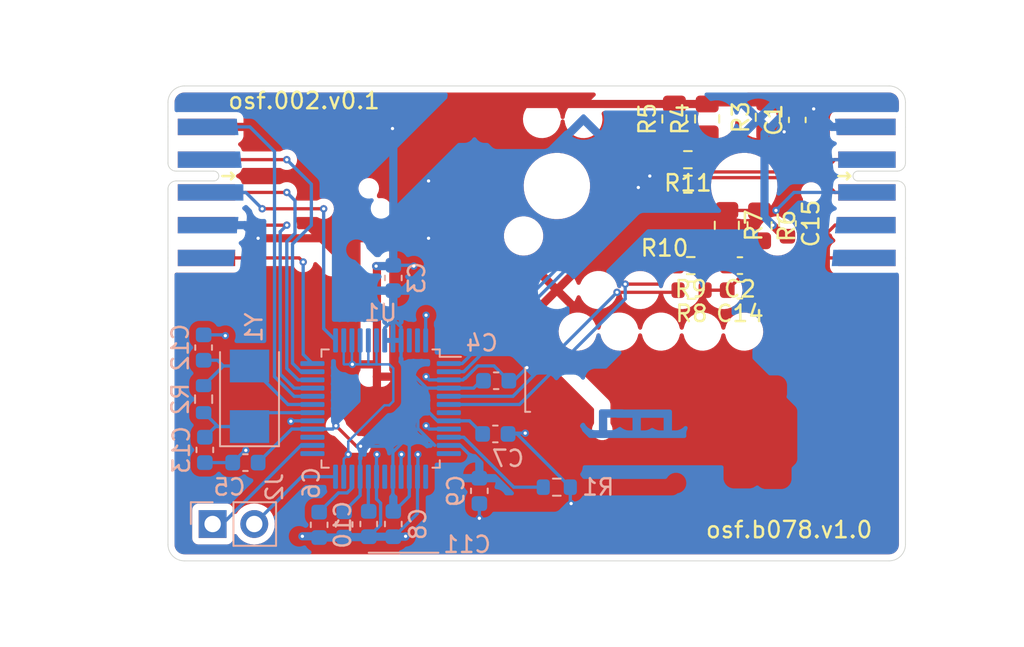
<source format=kicad_pcb>
(kicad_pcb (version 20211014) (generator pcbnew)
  (layers (0 "F.Cu" signal) (31 "B.Cu" signal) (34 "B.Paste" user) (35 "F.Paste" user) (36 "B.SilkS" user "B.Silkscreen") (37 "F.SilkS" user "F.Silkscreen") (38 "B.Mask" user) (39 "F.Mask" user) (44 "Edge.Cuts" user))
  (net 0 "")
  (net 1 "GND")
  (net 2 "+3V3")
  (net 3 "/controller/SCLK")
  (net 4 "/controller/INT")
  (net 5 "/controller/SS")
  (net 7 "/controller/~reset")
  (net 8 "/controller/MISO")
  (net 9 "/controller/MOSI")
  (net 10 "/controller/1V2O")
  (net 11 "/controller/XCAP")
  (net 12 "/controller/XO")
  (net 13 "/controller/XI")
  (net 14 "/controller/XRES")
  (net 15 "/controller/TXN")
  (net 16 "/controller/TXP")
  (net 17 "/controller/RXN")
  (net 18 "/controller/RXP")
  (net 23 "/controller/SPDLED")
  (net 24 "/controller/CT1")
  (net 25 "/controller/DUPLED")
  (net 26 "Net-(C2-Pad2)")
  (net 29 "Net-(C14-Pad2)")
  (net 30 "/controller/CT2")
  (net 31 "Net-(U1-Pad5)")
  (net 32 "Net-(U1-Pad6)")
  (net 33 "Net-(U1-Pad1)")
  (net 34 "Net-(U1-Pad2)")
  (net 35 "/ACTLED")
  (net 36 "/LINKLED")
  (footprint "Capacitor_SMD:C_0603_1608Metric" (layer "F.Cu") (at 111.9 86.47 180)
    (fp_text reference "C14")
    (fp_text value "6.8nF")
  )
  (footprint "Resistor_SMD:R_0805_2012Metric" (layer "F.Cu") (at 113.6 75.9125 90)
    (fp_text reference "R3")
    (fp_text value "10R")
  )
  (footprint "Resistor_SMD:R_0805_2012Metric" (layer "F.Cu") (at 113.1 82.5425 -90)
    (fp_text reference "R6")
    (fp_text value "49.9R")
  )
  (footprint "Resistor_SMD:R_0805_2012Metric" (layer "F.Cu") (at 109.9 76.0125 90)
    (fp_text reference "R4")
    (fp_text value "49.9R")
  )
  (footprint "Capacitor_SMD:C_0603_1608Metric" (layer "F.Cu") (at 111.9 84.97 180)
    (fp_text reference "C2")
    (fp_text value "6.8nF")
  )
  (footprint "Resistor_SMD:R_0603_1608Metric" (layer "F.Cu") (at 108.725 78.5 180)
    (fp_text reference "R11")
    (fp_text value "3.3R")
  )
  (footprint "Resistor_SMD:R_0603_1608Metric" (layer "F.Cu") (at 108.725 80 180)
    (fp_text reference "R10")
    (fp_text value "3.3R")
  )
  (footprint "Resistor_SMD:R_0805_2012Metric" (layer "F.Cu") (at 111.1 82.5125 -90)
    (fp_text reference "R7")
    (fp_text value "49.9R")
  )
  (footprint "on_edge:on_edge_2x05_device" (layer "F.Cu") (at 77 80.5 -90)
    (fp_text reference "J1")
    (fp_text value "002_SPI")
    (fp_line (start -0.2 0) (end 4 0) (layer "Edge.Cuts") (width 0.05))
    (fp_line (start -4 0) (end -1.8 0) (layer "Edge.Cuts") (width 0.05))
    (fp_line (start -1.3 -2.8) (end -1.3 -0.5) (layer "Edge.Cuts") (width 0.05))
    (fp_line (start -0.7 -0.5) (end -0.7 -2.8) (layer "Edge.Cuts") (width 0.05))
    (fp_arc (start -1.3 -0.5) (mid -1.446447 -0.146447) (end -1.8 0) (layer "Edge.Cuts") (width 0.05))
    (fp_arc (start -1.3 -2.8) (mid -1 -3.1) (end -0.7 -2.8) (layer "Edge.Cuts") (width 0.05))
    (fp_arc (start -0.2 0) (mid -0.553553 -0.146447) (end -0.7 -0.5) (layer "Edge.Cuts") (width 0.05))
  )
  (footprint "Capacitor_SMD:C_0603_1608Metric" (layer "F.Cu") (at 115.4 76.075 90)
    (fp_text reference "C1")
    (fp_text value "22nF")
  )
  (footprint "Resistor_SMD:R_0603_1608Metric" (layer "F.Cu") (at 108.9 84.97 180)
    (fp_text reference "R9")
    (fp_text value "3.3R")
  )
  (footprint "on_edge:on_edge_2x05_host" (layer "F.Cu") (at 122 80.5 -90)
    (fp_text reference "J3")
    (fp_text value "019_100BASE-T_with_CT")
    (fp_line (start -4 0) (end -1.8 0) (layer "Edge.Cuts") (width 0.05))
    (fp_line (start -1.3 0.5) (end -1.3 2.9) (layer "Edge.Cuts") (width 0.05))
    (fp_line (start -0.7 2.9) (end -0.7 0.5) (layer "Edge.Cuts") (width 0.05))
    (fp_line (start -0.2 0) (end 4 0) (layer "Edge.Cuts") (width 0.05))
    (fp_arc (start -1.8 0) (mid -1.446447 0.146447) (end -1.3 0.5) (layer "Edge.Cuts") (width 0.05))
    (fp_arc (start -0.7 0.5) (mid -0.553553 0.146447) (end -0.2 0) (layer "Edge.Cuts") (width 0.05))
    (fp_arc (start -0.7 2.9) (mid -1 3.2) (end -1.3 2.9) (layer "Edge.Cuts") (width 0.05))
  )
  (footprint "Resistor_SMD:R_0603_1608Metric" (layer "F.Cu") (at 108.95 86.47 180)
    (fp_text reference "R8")
    (fp_text value "3.3R")
  )
  (footprint "Resistor_SMD:R_0805_2012Metric" (layer "F.Cu") (at 107.9 76.0125 90)
    (fp_text reference "R5")
    (fp_text value "49.9R")
  )
  (footprint "Capacitor_SMD:C_0603_1608Metric" (layer "F.Cu") (at 114.8 82.4 -90)
    (fp_text reference "C15")
    (fp_text value "10nF")
  )
  (footprint "Resistor_SMD:R_0603_1608Metric" (layer "B.Cu") (at 100.725 98.5)
    (fp_text reference "R1")
    (fp_text value "12.4k")
  )
  (footprint "Capacitor_SMD:C_0603_1608Metric" (layer "B.Cu") (at 87.75 100.775 -90)
    (fp_text reference "C6")
    (fp_text value "100nF")
  )
  (footprint "Connector_PinHeader_2.54mm:PinHeader_1x02_P2.54mm_Vertical" (layer "B.Cu") (at 79.725 100.75 -90)
    (fp_text reference "J2")
    (fp_text value "Conn_01x02_Male")
  )
  (footprint "Capacitor_SMD:C_0603_1608Metric" (layer "B.Cu") (at 89.25 100.75 -90)
    (fp_text reference "C11")
    (fp_text value "4.7u")
  )
  (footprint "Capacitor_SMD:C_0603_1608Metric" (layer "B.Cu") (at 79.175 89.975 90)
    (fp_text reference "C12")
    (fp_text value "18pF")
  )
  (footprint "Capacitor_SMD:C_0603_1608Metric" (layer "B.Cu") (at 97.025 92)
    (fp_text reference "C4")
    (fp_text value "100nF")
  )
  (footprint "Capacitor_SMD:C_0603_1608Metric" (layer "B.Cu") (at 90.75 85.725 90)
    (fp_text reference "C3")
    (fp_text value "1uF")
  )
  (footprint "Crystal:Crystal_SMD_5032-2Pin_5.0x3.2mm" (layer "B.Cu") (at 81.975 92.95 90)
    (fp_text reference "Y1")
    (fp_text value "25MHz")
  )
  (footprint "Capacitor_SMD:C_0603_1608Metric" (layer "B.Cu") (at 81.725 97 180)
    (fp_text reference "C5")
    (fp_text value "100nF")
  )
  (footprint "Package_QFP:LQFP-48_7x7mm_P0.5mm" (layer "B.Cu") (at 89.975 93.7 180)
    (fp_text reference "U1")
    (fp_text value "W5500")
  )
  (footprint "Capacitor_SMD:C_0603_1608Metric" (layer "B.Cu") (at 96.975 95.25)
    (fp_text reference "C7")
    (fp_text value "100nF")
  )
  (footprint "Capacitor_SMD:C_0603_1608Metric" (layer "B.Cu") (at 79.25 96.225 -90)
    (fp_text reference "C13")
    (fp_text value "18pF")
  )
  (footprint "Capacitor_SMD:C_0603_1608Metric" (layer "B.Cu") (at 86.225 100.8 90)
    (fp_text reference "C10")
    (fp_text value "10nF")
  )
  (footprint "Capacitor_SMD:C_0603_1608Metric" (layer "B.Cu") (at 96 98.725 -90)
    (fp_text reference "C9")
    (fp_text value "100nF")
  )
  (footprint "Capacitor_SMD:C_0603_1608Metric" (layer "B.Cu") (at 90.75 100.75 -90)
    (fp_text reference "C8")
    (fp_text value "100nF")
  )
  (footprint "Resistor_SMD:R_0603_1608Metric" (layer "B.Cu") (at 79.175 93.125 90)
    (fp_text reference "R2")
    (fp_text value "1M")
  )
  (gr_line (start 98.8 91.2) (end 98.8 93.9) (layer "B.SilkS") (width 0.12))
  (gr_line (start 98.8 93.9) (end 99.1 93.9) (layer "B.SilkS") (width 0.12))
  (gr_line (start 93.5 102.5) (end 89.25 102.5) (layer "B.SilkS") (width 0.12))
  (gr_line (start 121 103) (end 78 103) (layer "Edge.Cuts") (width 0.05))
  (gr_line (start 77 102) (end 77 84.5) (layer "Edge.Cuts") (width 0.05))
  (gr_line (start 78 74) (end 121 74) (layer "Edge.Cuts") (width 0.05))
  (gr_line (start 122 76.5) (end 122 75) (layer "Edge.Cuts") (width 0.05))
  (gr_line (start 77 76.5) (end 77 75) (layer "Edge.Cuts") (width 0.05))
  (gr_arc (start 78 103) (mid 77.292893 102.707107) (end 77 102) (layer "Edge.Cuts") (width 0.05))
  (gr_arc (start 122 102) (mid 121.707107 102.707107) (end 121 103) (layer "Edge.Cuts") (width 0.05))
  (gr_arc (start 121 74) (mid 121.707107 74.292893) (end 122 75) (layer "Edge.Cuts") (width 0.05))
  (gr_line (start 122 102) (end 122 84.5) (layer "Edge.Cuts") (width 0.05))
  (gr_arc (start 77 75) (mid 77.292893 74.292893) (end 78 74) (layer "Edge.Cuts") (width 0.05))
  (gr_text "osf.b078.v1.0" (at 114.9 101.1) (layer "F.SilkS") (effects (font (size 1 1))))
  (gr_text "osf.002.v0.1" (at 85.3 74.9) (layer "F.SilkS") (effects (font (size 1 1))))
  (segment (start 91.25 96.5) (end 92.25 96.5) (width 0.2) (layer "F.Cu") (net 1))
  (segment (start 116.4 75.4) (end 115.5 75.4) (width 0.5) (layer "F.Cu") (net 1))
  (segment (start 89.75 91.75) (end 89.75 91.15) (width 0.5) (layer "F.Cu") (net 1))
  (segment (start 89.75 87.95) (end 92.7 87.95) (width 0.5) (layer "F.Cu") (net 1))
  (segment (start 82.726002 96.25) (end 81.75 96.25) (width 0.2) (layer "F.Cu") (net 1))
  (segment (start 89.75 96.5) (end 89.75 91.75) (width 0.5) (layer "F.Cu") (net 1))
  (segment (start 92.75 91.75) (end 89.75 91.75) (width 0.5) (layer "F.Cu") (net 1))
  (segment (start 88.25 91) (end 89.6 91) (width 0.5) (layer "F.Cu") (net 1))
  (segment (start 92.75 94.75) (end 92.75 91.75) (width 0.2) (layer "F.Cu") (net 1))
  (segment (start 80.5 89.25) (end 80.5 95) (width 0.2) (layer "F.Cu") (net 1))
  (segment (start 89.75 91.15) (end 89.75 87.95) (width 0.5) (layer "F.Cu") (net 1))
  (segment (start 89.75 96.5) (end 91.25 96.5) (width 0.2) (layer "F.Cu") (net 1))
  (segment (start 84.771598 94.478402) (end 84.4976 94.478402) (width 0.15) (layer "F.Cu") (net 1))
  (segment (start 89.75 96.5) (end 88 96.5) (width 0.2) (layer "F.Cu") (net 1))
  (segment (start 89.75 96.5) (end 89.75 101.45) (width 0.5) (layer "F.Cu") (net 1))
  (segment (start 115.5 75.4) (end 115.4 75.3) (width 0.5) (layer "F.Cu") (net 1))
  (segment (start 89.75 101.45) (end 89.8 101.5) (width 0.5) (layer "F.Cu") (net 1))
  (segment (start 98.9 95.1) (end 98.8 95.2) (width 0.2) (layer "F.Cu") (net 1))
  (segment (start 100.7 100.4) (end 96 100.4) (width 0.2) (layer "F.Cu") (net 1))
  (segment (start 114.8 83.175) (end 114.575 83.175) (width 0.5) (layer "F.Cu") (net 1))
  (segment (start 92.75 94.75) (end 92.75 96) (width 0.2) (layer "F.Cu") (net 1))
  (segment (start 96 100.4) (end 94.9 101.5) (width 0.2) (layer "F.Cu") (net 1))
  (segment (start 84.4976 94.478402) (end 82.726002 96.25) (width 0.2) (layer "F.Cu") (net 1))
  (segment (start 114.575 83.175) (end 113.9 82.5) (width 0.5) (layer "F.Cu") (net 1))
  (segment (start 92.7 87.95) (end 92.75 88) (width 0.5) (layer "F.Cu") (net 1))
  (segment (start 89.6 91) (end 89.75 91.15) (width 0.5) (layer "F.Cu") (net 1))
  (segment (start 92.75 96) (end 92.25 96.5) (width 0.2) (layer "F.Cu") (net 1))
  (segment (start 88 96.5) (end 86.519198 96.5) (width 0.2) (layer "F.Cu") (net 1))
  (segment (start 85.5 89.25) (end 80.5 89.25) (width 0.2) (layer "F.Cu") (net 1))
  (segment (start 89.75 87.95) (end 89.75 85.05) (width 0.5) (layer "F.Cu") (net 1))
  (segment (start 98.9 91.2) (end 98.9 95.1) (width 0.2) (layer "F.Cu") (net 1))
  (segment (start 91.5 101.5) (end 89.8 101.5) (width 0.2) (layer "F.Cu") (net 1))
  (segment (start 89.75 85.05) (end 89.7 85) (width 0.5) (layer "F.Cu") (net 1))
  (segment (start 90.6 76.5) (end 79.35 76.5) (width 0.5) (layer "F.Cu") (net 1))
  (segment (start 88.25 91) (end 84.771598 94.478402) (width 0.15) (layer "F.Cu") (net 1))
  (segment (start 94.9 101.5) (end 91.5 101.5) (width 0.2) (layer "F.Cu") (net 1))
  (segment (start 86.519198 96.5) (end 84.4976 94.478402) (width 0.2) (layer "F.Cu") (net 1))
  (segment (start 80.5 95) (end 81.75 96.25) (width 0.2) (layer "F.Cu") (net 1))
  (segment (start 90.7 76.6) (end 90.6 76.5) (width 0.5) (layer "F.Cu") (net 1))
  (segment (start 101.6 99.5) (end 100.7 100.4) (width 0.2) (layer "F.Cu") (net 1))
  (segment (start 89.8 101.5) (end 85.2 101.5) (width 0.5) (layer "F.Cu") (net 1))
  (via (at 92.25 96.5) (size 0.45) (drill 0.2) (layers "F.Cu" "B.Cu") (net 1))
  (via (at 81.75 96.25) (size 0.45) (drill 0.2) (layers "F.Cu" "B.Cu") (net 1))
  (via (at 92 85) (size 0.45) (drill 0.2) (layers "F.Cu" "B.Cu") (net 1))
  (via (at 92.75 91.75) (size 0.45) (drill 0.2) (layers "F.Cu" "B.Cu") (net 1))
  (via (at 98.9 91.2) (size 0.45) (drill 0.2) (layers "F.Cu" "B.Cu") (net 1))
  (via (at 88.25 91) (size 0.45) (drill 0.2) (layers "F.Cu" "B.Cu") (net 1))
  (via (at 84.4976 94.478402) (size 0.45) (drill 0.2) (layers "F.Cu" "B.Cu") (net 1))
  (via (at 80.5 89.25) (size 0.45) (drill 0.2) (layers "F.Cu" "B.Cu") (net 1))
  (via (at 98.8 95.2) (size 0.45) (drill 0.2) (layers "F.Cu" "B.Cu") (net 1))
  (via (at 89.75 96.5) (size 0.45) (drill 0.2) (layers "F.Cu" "B.Cu") (net 1))
  (via (at 92.75 88) (size 0.45) (drill 0.2) (layers "F.Cu" "B.Cu") (net 1))
  (via (at 92.75 94.75) (size 0.45) (drill 0.2) (layers "F.Cu" "B.Cu") (net 1))
  (via (at 113.9 82.5) (size 0.45) (drill 0.2) (layers "F.Cu" "B.Cu") (net 1))
  (via (at 88 96.5) (size 0.45) (drill 0.2) (layers "F.Cu" "B.Cu") (net 1))
  (via (at 91.25 96.5) (size 0.45) (drill 0.2) (layers "F.Cu" "B.Cu") (net 1))
  (via (at 101.6 99.5) (size 0.45) (drill 0.2) (layers "F.Cu" "B.Cu") (net 1))
  (via (at 91.5 101.5) (size 0.45) (drill 0.2) (layers "F.Cu" "B.Cu") (net 1))
  (via (at 85.2 101.5) (size 0.45) (drill 0.2) (layers "F.Cu" "B.Cu") (net 1))
  (via (at 116.4 75.4) (size 0.45) (drill 0.2) (layers "F.Cu" "B.Cu") (net 1))
  (via (at 90.7 76.6) (size 0.45) (drill 0.2) (layers "F.Cu" "B.Cu") (net 1))
  (via (at 96 100.4) (size 0.45) (drill 0.2) (layers "F.Cu" "B.Cu") (net 1))
  (via (at 89.7 85) (size 0.45) (drill 0.2) (layers "F.Cu" "B.Cu") (net 1))
  (segment (start 98.1 92) (end 98.9 91.2) (width 0.2) (layer "B.Cu") (net 1))
  (segment (start 95.1 91.85) (end 95.144974 91.85) (width 0.2) (layer "B.Cu") (net 1))
  (segment (start 94.1375 91.95) (end 92.95 91.95) (width 0.2) (layer "B.Cu") (net 1))
  (segment (start 87.725 90.975) (end 87.75 91) (width 0.15) (layer "B.Cu") (net 1))
  (segment (start 94.1375 91.95) (end 95 91.95) (width 0.2) (layer "B.Cu") (net 1))
  (segment (start 97.8 92) (end 98.1 92) (width 0.2) (layer "B.Cu") (net 1))
  (segment (start 80.95 97) (end 79.25 97) (width 0.2) (layer "B.Cu") (net 1))
  (segment (start 88 96.5) (end 88 95.70894) (width 0.15) (layer "B.Cu") (net 1))
  (segment (start 114.9 75.4) (end 116.4 75.4) (width 0.5) (layer "B.Cu") (net 1))
  (segment (start 92.225 100.1) (end 90.725 101.6) (width 0.2) (layer "B.Cu") (net 1))
  (segment (start 87.725 97.8625) (end 87.725 96.775) (width 0.15) (layer "B.Cu") (net 1))
  (segment (start 92.225 97.8625) (end 92.225 100.1) (width 0.2) (layer "B.Cu") (net 1))
  (segment (start 89.725 96.525) (end 89.75 96.5) (width 0.2) (layer "B.Cu") (net 1))
  (segment (start 96 99.5) (end 96 100.4) (width 0.2) (layer "B.Cu") (net 1))
  (segment (start 89.25 101.525) (end 90.75 101.525) (width 0.5) (layer "B.Cu") (net 1))
  (segment (start 90.5 93.5) (end 90.75 93.25) (width 0.15) (layer "B.Cu") (net 1))
  (segment (start 89.725 99.225) (end 89.97452 99.47452) (width 0.2) (layer "B.Cu") (net 1))
  (segment (start 89.225 89.5375) (end 89.225 90.975) (width 0.15) (layer "B.Cu") (net 1))
  (segment (start 91.4 101.6) (end 91.5 101.5) (width 0.2) (layer "B.Cu") (net 1))
  (segment (start 86.15 101.5) (end 86.225 101.575) (width 0.5) (layer "B.Cu") (net 1))
  (segment (start 90.75 101.525) (end 91.475 101.525) (width 0.5) (layer "B.Cu") (net 1))
  (segment (start 89.225 101.55) (end 89.25 101.525) (width 0.5) (layer "B.Cu") (net 1))
  (segment (start 81.7 96.25) (end 80.95 97) (width 0.2) (layer "B.Cu") (net 1))
  (segment (start 89.97452 99.47452) (end 89.97452 100.80048) (width 0.2) (layer "B.Cu") (net 1))
  (segment (start 90.5 91) (end 89.75 91) (width 0.15) (layer "B.Cu") (net 1))
  (segment (start 97.8 95.2) (end 97.75 95.25) (width 0.2) (layer "B.Cu") (net 1))
  (segment (start 101.55 99.45) (end 101.6 99.5) (width 0.2) (layer "B.Cu") (net 1))
  (segment (start 88.225 89.5375) (end 88.225 90.975) (width 0.15) (layer "B.Cu") (net 1))
  (segment (start 90.20894 93.5) (end 90.5 93.5) (width 0.15) (layer "B.Cu") (net 1))
  (segment (start 89.725 97.8625) (end 89.725 99.225) (width 0.2) (layer "B.Cu") (net 1))
  (segment (start 89.725 90.975) (end 89.725 89.5375) (width 0.15) (layer "B.Cu") (net 1))
  (segment (start 95.144974 91.85) (end 95.9 91.094974) (width 0.2) (layer "B.Cu") (net 1))
  (segment (start 88.225 90.975) (end 88.25 91) (width 0.15) (layer "B.Cu") (net 1))
  (segment (start 92.25 97.8375) (end 92.225 97.8625) (width 0.2) (layer "B.Cu") (net 1))
  (segment (start 87.725 89.5375) (end 87.725 90.975) (width 0.15) (layer "B.Cu") (net 1))
  (segment (start 89.7 91) (end 89.725 90.975) (width 0.15) (layer "B.Cu") (net 1))
  (segment (start 90.75 91.25) (end 90.5 91) (width 0.15) (layer "B.Cu") (net 1))
  (segment (start 88.75 91) (end 88.25 91) (width 0.15) (layer "B.Cu") (net 1))
  (segment (start 87.75 91) (end 88.25 91) (width 0.15) (layer "B.Cu") (net 1))
  (segment (start 81.75 96.25) (end 81.7 96.25) (width 0.2) (layer "B.Cu") (net 1))
  (segment (start 91.475 101.525) (end 91.5 101.5) (width 0.5) (layer "B.Cu") (net 1))
  (segment (start 89.2 91) (end 89.225 90.975) (width 0.15) (layer "B.Cu") (net 1))
  (segment (start 90.725 101.6) (end 91.4 101.6) (width 0.2) (layer "B.Cu") (net 1))
  (segment (start 88.75 91) (end 89.2 91) (width 0.15) (layer "B.Cu") (net 1))
  (segment (start 94.1375 94.95) (end 92.95 94.95) (width 0.2) (layer "B.Cu") (net 1))
  (segment (start 92.725 88.025) (end 92.75 88) (width 0.2) (layer "B.Cu") (net 1))
  (segment (start 117.5 76.5) (end 116.4 75.4) (width 0.5) (layer "B.Cu") (net 1))
  (segment (start 91.225 96.525) (end 91.25 96.5) (width 0.2) (layer "B.Cu") (net 1))
  (segment (start 89.275 101.6) (end 89.225 101.55) (width 0.2) (layer "B.Cu") (net 1))
  (segment (start 92.725 89.5375) (end 92.725 88.025) (width 0.2) (layer "B.Cu") (net 1))
  (segment (start 96.894974 91.094974) (end 97.8 92) (width 0.2) (layer "B.Cu") (net 1))
  (segment (start 91.225 97.8625) (end 91.225 96.525) (width 0.2) (layer "B.Cu") (net 1))
  (segment (start 89.7 85) (end 90.7 85) (width 0.5) (layer "B.Cu") (net 1))
  (segment (start 90.75 84.95) (end 90.75 76.65) (width 0.5) (layer "B.Cu") (net 1))
  (segment (start 89.25 91) (end 89.7 91) (width 0.15) (layer "B.Cu") (net 1))
  (segment (start 85.2 101.5) (end 86.15 101.5) (width 0.5) (layer "B.Cu") (net 1))
  (segment (start 95.9 91.094974) (end 96.894974 91.094974) (width 0.2) (layer "B.Cu") (net 1))
  (segment (start 98.8 95.2) (end 97.8 95.2) (width 0.2) (layer "B.Cu") (net 1))
  (segment (start 79.175 89.2) (end 80.45 89.2) (width 0.2) (layer "B.Cu") (net 1))
  (segment (start 92.25 96.5) (end 92.25 97.8375) (width 0.2) (layer "B.Cu") (net 1))
  (segment (start 88.725 89.5375) (end 88.725 90.975) (width 0.15) (layer "B.Cu") (net 1))
  (segment (start 89.725 97.8625) (end 89.725 96.525) (width 0.2) (layer "B.Cu") (net 1))
  (segment (start 90.75 93.25) (end 90.75 91.25) (width 0.15) (layer "B.Cu") (net 1))
  (segment (start 86.225 101.575) (end 87.725 101.575) (width 0.5) (layer "B.Cu") (net 1))
  (segment (start 90.75 84.95) (end 91.95 84.95) (width 0.2) (layer "B.Cu") (net 1))
  (segment (start 84.526002 94.45) (end 84.4976 94.478402) (width 0.2) (layer "B.Cu") (net 1))
  (segment (start 101.55 98.5) (end 98.3 95.25) (width 0.2) (layer "B.Cu") (net 1))
  (segment (start 88 95.70894) (end 90.20894 93.5) (width 0.15) (layer "B.Cu") (net 1))
  (segment (start 87.725 96.775) (end 88 96.5) (width 0.15) (layer "B.Cu") (net 1))
  (segment (start 87.725 101.575) (end 87.75 101.55) (width 0.5) (layer "B.Cu") (net 1))
  (segment (start 113.4 82) (end 113.4 76.9) (width 0.5) (layer "B.Cu") (net 1))
  (segment (start 87.725 101.55) (end 89.225 101.55) (width 0.2) (layer "B.Cu") (net 1))
  (segment (start 89.97452 100.80048) (end 89.225 101.55) (width 0.2) (layer "B.Cu") (net 1))
  (segment (start 113.9 82.5) (end 113.4 82) (width 0.5) (layer "B.Cu") (net 1))
  (segment (start 98.3 95.25) (end 97.75 95.25) (width 0.2) (layer "B.Cu") (net 1))
  (segment (start 80.45 89.2) (end 80.5 89.25) (width 0.2) (layer "B.Cu") (net 1))
  (segment (start 87.7 101.575) (end 87.725 101.55) (width 0.2) (layer "B.Cu") (net 1))
  (segment (start 89.225 90.975) (end 89.25 91) (width 0.15) (layer "B.Cu") (net 1))
  (segment (start 113.4 76.9) (end 114.9 75.4) (width 0.5) (layer "B.Cu") (net 1))
  (segment (start 101.55 98.5) (end 101.55 99.45) (width 0.2) (layer "B.Cu") (net 1))
  (segment (start 87.75 101.55) (end 89.225 101.55) (width 0.5) (layer "B.Cu") (net 1))
  (segment (start 89.75 91) (end 89.725 90.975) (width 0.15) (layer "B.Cu") (net 1))
  (segment (start 90.7 85) (end 90.75 84.95) (width 0.5) (layer "B.Cu") (net 1))
  (segment (start 92.75 91.75) (end 92.95 91.95) (width 0.2) (layer "B.Cu") (net 1))
  (segment (start 90.725 101.6) (end 89.275 101.6) (width 0.2) (layer "B.Cu") (net 1))
  (segment (start 95 91.95) (end 95.1 91.85) (width 0.2) (layer "B.Cu") (net 1))
  (segment (start 90.75 76.65) (end 90.7 76.6) (width 0.5) (layer "B.Cu") (net 1))
  (segment (start 119.6 76.5) (end 117.5 76.5) (width 0.5) (layer "B.Cu") (net 1))
  (segment (start 85.8125 94.45) (end 84.526002 94.45) (width 0.2) (layer "B.Cu") (net 1))
  (segment (start 91.95 84.95) (end 92 85) (width 0.2) (layer "B.Cu") (net 1))
  (segment (start 88.725 90.975) (end 88.75 91) (width 0.15) (layer "B.Cu") (net 1))
  (segment (start 92.95 94.95) (end 92.75 94.75) (width 0.2) (layer "B.Cu") (net 1))
  (segment (start 107.9 75.1) (end 97.6 75.1) (width 0.5) (layer "F.Cu") (net 2))
  (segment (start 113.6 75) (end 110 75) (width 0.5) (layer "F.Cu") (net 2))
  (segment (start 109.9 75.1) (end 107.9 75.1) (width 0.5) (layer "F.Cu") (net 2))
  (segment (start 97.6 75.1) (end 92.9 79.8) (width 0.5) (layer "F.Cu") (net 2))
  (segment (start 110 75) (end 109.9 75.1) (width 0.5) (layer "F.Cu") (net 2))
  (segment (start 87.25 94.75) (end 88.5 96) (width 0.2) (layer "F.Cu") (net 2))
  (segment (start 88.5 96) (end 88.75 96) (width 0.2) (layer "F.Cu") (net 2))
  (segment (start 82.5 83.3) (end 92.9 83.3) (width 0.5) (layer "F.Cu") (net 2))
  (via (at 92.9 79.8) (size 0.45) (drill 0.2) (layers "F.Cu" "B.Cu") (net 2))
  (via (at 88.75 96) (size 0.45) (drill 0.2) (layers "F.Cu" "B.Cu") (net 2))
  (via (at 82.5 83.3) (size 0.45) (drill 0.2) (layers "F.Cu" "B.Cu") (net 2))
  (via (at 92.9 83.3) (size 0.45) (drill 0.2) (layers "F.Cu" "B.Cu") (net 2))
  (via (at 87.25 94.75) (size 0.45) (drill 0.2) (layers "F.Cu" "B.Cu") (net 2))
  (segment (start 90.75 86.5) (end 90.75 88.25) (width 0.2) (layer "B.Cu") (net 2))
  (segment (start 91.383884 86.5) (end 90.75 86.5) (width 0.5) (layer "B.Cu") (net 2))
  (segment (start 90.225 89.5375) (end 90.225 88.775) (width 0.2) (layer "B.Cu") (net 2))
  (segment (start 88.725 99) (end 88.725 97.8625) (width 0.2) (layer "B.Cu") (net 2))
  (segment (start 92.9 79.8) (end 92.9 83.3) (width 0.5) (layer "B.Cu") (net 2))
  (segment (start 90.75 89.5125) (end 90.725 89.5375) (width 0.2) (layer "B.Cu") (net 2))
  (segment (start 96 97.95) (end 96 97.115381) (width 0.2) (layer "B.Cu") (net 2))
  (segment (start 89.25 96) (end 90.5 96) (width 0.2) (layer "B.Cu") (net 2))
  (segment (start 91.225 90.896061) (end 91.225 89.5375) (width 0.2) (layer "B.Cu") (net 2))
  (segment (start 92.9 83.3) (end 92.9 84.983884) (width 0.5) (layer "B.Cu") (net 2))
  (segment (start 92.778939 92.45) (end 91.225 90.896061) (width 0.2) (layer "B.Cu") (net 2))
  (segment (start 92.778939 93.787879) (end 92.778939 92.45) (width 0.2) (layer "B.Cu") (net 2))
  (segment (start 92.25 94.921061) (end 92.25 94.316818) (width 0.2) (layer "B.Cu") (net 2))
  (segment (start 88.75 96) (end 88.75 96.75) (width 0.2) (layer "B.Cu") (net 2))
  (segment (start 79.4 82.5) (end 81.7 82.5) (width 0.5) (layer "B.Cu") (net 2))
  (segment (start 92.9 84.983884) (end 91.383884 86.5) (width 0.5) (layer "B.Cu") (net 2))
  (segment (start 87.725 100) (end 88.725 99) (width 0.2) (layer "B.Cu") (net 2))
  (segment (start 90.5 96) (end 90.725 96.225) (width 0.2) (layer "B.Cu") (net 2))
  (segment (start 91.632878 95.446061) (end 91.725 95.446061) (width 0.2) (layer "B.Cu") (net 2))
  (segment (start 93.278939 95.95) (end 92.25 94.921061) (width 0.2) (layer "B.Cu") (net 2))
  (segment (start 96 97.115381) (end 94.834619 95.95) (width 0.2) (layer "B.Cu") (net 2))
  (segment (start 87.05 94.95) (end 87.25 94.75) (width 0.2) (layer "B.Cu") (net 2))
  (segment (start 92.25 94.316818) (end 92.778939 93.787879) (width 0.2) (layer "B.Cu") (net 2))
  (segment (start 88.725 96.775) (end 88.725 96.525) (width 0.2) (layer "B.Cu") (net 2))
  (segment (start 94.1375 92.45) (end 92.778939 92.45) (width 0.2) (layer "B.Cu") (net 2))
  (segment (start 93.44106 94.45) (end 92.778939 93.787879) (width 0.2) (layer "B.Cu") (net 2))
  (segment (start 85.8125 94.95) (end 87.05 94.95) (width 0.2) (layer "B.Cu") (net 2))
  (segment (start 88.75 96.75) (end 88.725 96.775) (width 0.2) (layer "B.Cu") (net 2))
  (segment (start 90.725 96.225) (end 90.725 96.353939) (width 0.2) (layer "B.Cu") (net 2))
  (segment (start 91.725 99.05) (end 90.725 100.05) (width 0.2) (layer "B.Cu") (net 2))
  (segment (start 81.7 82.5) (end 82.5 83.3) (width 0.5) (layer "B.Cu") (net 2))
  (segment (start 91.725 97.8625) (end 91.725 95.446061) (width 0.2) (layer "B.Cu") (net 2))
  (segment (start 90.225 88.775) (end 90.75 88.25) (width 0.2) (layer "B.Cu") (net 2))
  (segment (start 94.834619 95.95) (end 94.1375 95.95) (width 0.2) (layer "B.Cu") (net 2))
  (segment (start 90.725 97.8625) (end 90.725 100.05) (width 0.2) (layer "B.Cu") (net 2))
  (segment (start 90.725 96.353939) (end 91.632878 95.446061) (width 0.2) (layer "B.Cu") (net 2))
  (segment (start 82.5 97) (end 84.55 94.95) (width 0.2) (layer "B.Cu") (net 2))
  (segment (start 88.725 97.8625) (end 88.725 96.775) (width 0.2) (layer "B.Cu") (net 2))
  (segment (start 91.725 95.446061) (end 92.25 94.921061) (width 0.2) (layer "B.Cu") (net 2))
  (segment (start 88.725 96.525) (end 89.25 96) (width 0.2) (layer "B.Cu") (net 2))
  (segment (start 91.225 88.725) (end 90.75 88.25) (width 0.2) (layer "B.Cu") (net 2))
  (segment (start 94.1375 94.45) (end 95.4 94.45) (width 0.2) (layer "B.Cu") (net 2))
  (segment (start 96.25 92) (end 96.1 92) (width 0.2) (layer "B.Cu") (net 2))
  (segment (start 91.225 89.5375) (end 91.225 88.725) (width 0.2) (layer "B.Cu") (net 2))
  (segment (start 94.1375 92.45) (end 95.65 92.45) (width 0.2) (layer "B.Cu") (net 2))
  (segment (start 95.4 94.45) (end 96.2 95.25) (width 0.2) (layer "B.Cu") (net 2))
  (segment (start 91.725 97.8625) (end 91.725 99.05) (width 0.2) (layer "B.Cu") (net 2))
  (segment (start 84.55 94.95) (end 85.8125 94.95) (width 0.2) (layer "B.Cu") (net 2))
  (segment (start 96.1 92) (end 95.65 92.45) (width 0.2) (layer "B.Cu") (net 2))
  (segment (start 90.725 97.8625) (end 90.725 96.353939) (width 0.2) (layer "B.Cu") (net 2))
  (segment (start 90.75 88.25) (end 90.75 89.5125) (width 0.2) (layer "B.Cu") (net 2))
  (segment (start 84.25 82.5) (end 79.35 82.5) (width 0.2) (layer "F.Cu") (net 3))
  (via (at 84.25 82.5) (size 0.45) (drill 0.2) (layers "F.Cu" "B.Cu") (net 3))
  (segment (start 83.84952 82.90048) (end 84.25 82.5) (width 0.2) (layer "B.Cu") (net 3))
  (segment (start 84.7 92.45) (end 84 91.75) (width 0.2) (layer "B.Cu") (net 3))
  (segment (start 83.84952 89.25) (end 83.84952 82.90048) (width 0.2) (layer "B.Cu") (net 3))
  (segment (start 84 91.75) (end 83.84952 91.59952) (width 0.2) (layer "B.Cu") (net 3))
  (segment (start 85.8125 92.45) (end 84.7 92.45) (width 0.2) (layer "B.Cu") (net 3))
  (segment (start 83.84952 91.59952) (end 83.84952 89.25) (width 0.2) (layer "B.Cu") (net 3))
  (segment (start 85.25 84.75) (end 85 84.5) (width 0.2) (layer "F.Cu") (net 4))
  (segment (start 85 84.5) (end 79.35 84.5) (width 0.2) (layer "F.Cu") (net 4))
  (via (at 85.25 84.75) (size 0.45) (drill 0.2) (layers "F.Cu" "B.Cu") (net 4))
  (segment (start 85.25 90.3875) (end 85.25 87.75) (width 0.2) (layer "B.Cu") (net 4))
  (segment (start 85.8125 90.95) (end 85.25 90.3875) (width 0.2) (layer "B.Cu") (net 4))
  (segment (start 85.25 87.75) (end 85.25 84.75) (width 0.2) (layer "B.Cu") (net 4))
  (segment (start 83.5 78) (end 82 76.5) (width 0.2) (layer "B.Cu") (net 5))
  (segment (start 83.5 91.75) (end 83.5 78) (width 0.2) (layer "B.Cu") (net 5))
  (segment (start 84.7 92.95) (end 83.5 91.75) (width 0.2) (layer "B.Cu") (net 5))
  (segment (start 85.8125 92.95) (end 84.7 92.95) (width 0.2) (layer "B.Cu") (net 5))
  (segment (start 82 76.5) (end 79.4 76.5) (width 0.2) (layer "B.Cu") (net 5))
  (segment (start 86.5 81.5) (end 82.75 81.5) (width 0.2) (layer "F.Cu") (net 7))
  (via (at 82.75 81.5) (size 0.45) (drill 0.2) (layers "F.Cu" "B.Cu") (net 7))
  (via (at 86.5 81.5) (size 0.45) (drill 0.2) (layers "F.Cu" "B.Cu") (net 7))
  (segment (start 82.75 81.5) (end 81.75 80.5) (width 0.2) (layer "B.Cu") (net 7))
  (segment (start 87.225 89.5375) (end 86.5 88.8125) (width 0.2) (layer "B.Cu") (net 7))
  (segment (start 81.75 80.5) (end 79.1 80.5) (width 0.2) (layer "B.Cu") (net 7))
  (segment (start 86.5 88.8125) (end 86.5 81.5) (width 0.2) (layer "B.Cu") (net 7))
  (segment (start 84.25 80.5) (end 80.6 80.5) (width 0.2) (layer "F.Cu") (net 8))
  (via (at 84.25 80.5) (size 0.45) (drill 0.2) (layers "F.Cu" "B.Cu") (net 8))
  (segment (start 84.95 91.95) (end 84.25 91.25) (width 0.2) (layer "B.Cu") (net 8))
  (segment (start 84.25 91.25) (end 84.25 83.5) (width 0.2) (layer "B.Cu") (net 8))
  (segment (start 85.8125 91.95) (end 84.95 91.95) (width 0.2) (layer "B.Cu") (net 8))
  (segment (start 84.75 81.75) (end 84.75 81) (width 0.2) (layer "B.Cu") (net 8))
  (segment (start 84.75 81) (end 84.25 80.5) (width 0.2) (layer "B.Cu") (net 8))
  (segment (start 84.25 83.5) (end 84.75 83) (width 0.2) (layer "B.Cu") (net 8))
  (segment (start 84.75 83) (end 84.75 81.75) (width 0.2) (layer "B.Cu") (net 8))
  (segment (start 84.25 78.5) (end 80.6 78.5) (width 0.2) (layer "F.Cu") (net 9))
  (via (at 84.25 78.5) (size 0.45) (drill 0.2) (layers "F.Cu" "B.Cu") (net 9))
  (segment (start 84.59952 89) (end 84.59952 83.65048) (width 0.2) (layer "B.Cu") (net 9))
  (segment (start 84.59952 90.93346) (end 84.59952 89) (width 0.2) (layer "B.Cu") (net 9))
  (segment (start 85.11606 91.45) (end 84.59952 90.93346) (width 0.2) (layer "B.Cu") (net 9))
  (segment (start 85.75 82.5) (end 85.75 80) (width 0.2) (layer "B.Cu") (net 9))
  (segment (start 85.8125 91.45) (end 85.11606 91.45) (width 0.2) (layer "B.Cu") (net 9))
  (segment (start 84.59952 83.65048) (end 85.75 82.5) (width 0.2) (layer "B.Cu") (net 9))
  (segment (start 85.75 80) (end 84.25 78.5) (width 0.2) (layer "B.Cu") (net 9))
  (segment (start 87.40048 98.84952) (end 87.93442 98.84952) (width 0.2) (layer "B.Cu") (net 10))
  (segment (start 87.93442 98.84952) (end 88.225 98.55894) (width 0.2) (layer "B.Cu") (net 10))
  (segment (start 86.225 100.025) (end 87.40048 98.84952) (width 0.2) (layer "B.Cu") (net 10))
  (segment (start 88.225 98.55894) (end 88.225 97.8625) (width 0.2) (layer "B.Cu") (net 10))
  (segment (start 89.225 100) (end 89.225 97.8625) (width 0.2) (layer "B.Cu") (net 11))
  (segment (start 79.175 90.75) (end 80.025 90.75) (width 0.2) (layer "B.Cu") (net 12))
  (segment (start 80.375 91.1) (end 81.975 91.1) (width 0.2) (layer "B.Cu") (net 12))
  (segment (start 80.025 90.75) (end 80.375 91.1) (width 0.2) (layer "B.Cu") (net 12))
  (segment (start 85.8125 93.45) (end 84.325 93.45) (width 0.2) (layer "B.Cu") (net 12))
  (segment (start 79.175 92.3) (end 80.375 91.1) (width 0.2) (layer "B.Cu") (net 12))
  (segment (start 84.325 93.45) (end 81.975 91.1) (width 0.2) (layer "B.Cu") (net 12))
  (segment (start 79.9 94.8) (end 80.05 94.8) (width 0.2) (layer "B.Cu") (net 13))
  (segment (start 85.8125 93.95) (end 82.825 93.95) (width 0.2) (layer "B.Cu") (net 13))
  (segment (start 79.25 95.45) (end 79.9 94.8) (width 0.2) (layer "B.Cu") (net 13))
  (segment (start 79.2 93.95) (end 80.05 94.8) (width 0.2) (layer "B.Cu") (net 13))
  (segment (start 80.05 94.8) (end 81.975 94.8) (width 0.2) (layer "B.Cu") (net 13))
  (segment (start 82.825 93.95) (end 81.975 94.8) (width 0.2) (layer "B.Cu") (net 13))
  (segment (start 79.175 93.95) (end 79.2 93.95) (width 0.2) (layer "B.Cu") (net 13))
  (segment (start 98.1 98.5) (end 99.9 98.5) (width 0.2) (layer "B.Cu") (net 14))
  (segment (start 95.05 95.45) (end 98.1 98.5) (width 0.2) (layer "B.Cu") (net 14))
  (segment (start 94.1375 95.45) (end 95.05 95.45) (width 0.2) (layer "B.Cu") (net 14))
  (segment (start 119.65 80.5) (end 117.7 80.5) (width 0.2) (layer "F.Cu") (net 15))
  (segment (start 109.95 79.6) (end 109.55 80) (width 0.2) (layer "F.Cu") (net 15))
  (segment (start 109.55 80) (end 109.55 79.95) (width 0.2) (layer "F.Cu") (net 15))
  (segment (start 116.8 79.6) (end 109.95 79.6) (width 0.2) (layer "F.Cu") (net 15))
  (segment (start 108.8 77.825) (end 107.9 76.925) (width 0.2) (layer "F.Cu") (net 15))
  (segment (start 117.7 80.5) (end 116.8 79.6) (width 0.2) (layer "F.Cu") (net 15))
  (segment (start 108.8 79.2) (end 108.8 77.825) (width 0.2) (layer "F.Cu") (net 15))
  (segment (start 109.55 79.95) (end 108.8 79.2) (width 0.2) (layer "F.Cu") (net 15))
  (segment (start 117.694975 78.5) (end 116.944975 79.25) (width 0.2) (layer "F.Cu") (net 16))
  (segment (start 109.55 77.275) (end 109.9 76.925) (width 0.2) (layer "F.Cu") (net 16))
  (segment (start 116.944975 79.25) (end 110.3 79.25) (width 0.2) (layer "F.Cu") (net 16))
  (segment (start 119.65 78.5) (end 117.694975 78.5) (width 0.2) (layer "F.Cu") (net 16))
  (segment (start 110.3 79.25) (end 109.55 78.5) (width 0.2) (layer "F.Cu") (net 16))
  (segment (start 109.55 78.5) (end 109.55 77.275) (width 0.2) (layer "F.Cu") (net 16))
  (segment (start 115.5 85.5) (end 116.5 84.5) (width 0.2) (layer "F.Cu") (net 17))
  (segment (start 116.5 84.5) (end 119.65 84.5) (width 0.2) (layer "F.Cu") (net 17))
  (segment (start 112.675 86.47) (end 112.93 86.47) (width 0.2) (layer "F.Cu") (net 17))
  (segment (start 113.9 85.5) (end 115.5 85.5) (width 0.2) (layer "F.Cu") (net 17))
  (segment (start 112.93 86.47) (end 113.9 85.5) (width 0.2) (layer "F.Cu") (net 17))
  (segment (start 119.65 82.5) (end 117.7 82.5) (width 0.2) (layer "F.Cu") (net 18))
  (segment (start 115.23 84.97) (end 112.675 84.97) (width 0.2) (layer "F.Cu") (net 18))
  (segment (start 117.7 82.5) (end 115.23 84.97) (width 0.2) (layer "F.Cu") (net 18))
  (segment (start 85.1525 97.8625) (end 82.265 100.75) (width 0.2) (layer "B.Cu") (net 23))
  (segment (start 87.225 97.8625) (end 85.1525 97.8625) (width 0.2) (layer "B.Cu") (net 23))
  (segment (start 115.35 76.8) (end 115.4 76.85) (width 0.2) (layer "F.Cu") (net 24))
  (segment (start 114.575 76.825) (end 114.6 76.8) (width 0.2) (layer "F.Cu") (net 24))
  (segment (start 114.6 76.8) (end 115.35 76.8) (width 0.2) (layer "F.Cu") (net 24))
  (segment (start 113.6 76.825) (end 114.575 76.825) (width 0.2) (layer "F.Cu") (net 24))
  (via (at 114.6 76.8) (size 0.45) (drill 0.2) (layers "F.Cu" "B.Cu") (net 24))
  (segment (start 116.3 78.5) (end 114.6 76.8) (width 0.2) (layer "B.Cu") (net 24))
  (segment (start 119.65 78.5) (end 116.3 78.5) (width 0.2) (layer "B.Cu") (net 24))
  (segment (start 85.8125 95.95) (end 85.11606 95.95) (width 0.2) (layer "B.Cu") (net 25))
  (segment (start 85.11606 95.95) (end 80.31606 100.75) (width 0.2) (layer "B.Cu") (net 25))
  (segment (start 80.31606 100.75) (end 79.725 100.75) (width 0.2) (layer "B.Cu") (net 25))
  (segment (start 109.725 84.97) (end 111.125 84.97) (width 0.2) (layer "F.Cu") (net 26))
  (segment (start 111.1 83.425) (end 111.1 84.945) (width 0.2) (layer "F.Cu") (net 26))
  (segment (start 111.1 84.945) (end 111.125 84.97) (width 0.2) (layer "F.Cu") (net 26))
  (segment (start 112.945 83.455) (end 113.1 83.455) (width 0.2) (layer "F.Cu") (net 29))
  (segment (start 111.975 84.425) (end 112.945 83.455) (width 0.2) (layer "F.Cu") (net 29))
  (segment (start 109.775 86.47) (end 111.125 86.47) (width 0.2) (layer "F.Cu") (net 29))
  (segment (start 111.125 86.47) (end 111.975 85.62) (width 0.2) (layer "F.Cu") (net 29))
  (segment (start 111.975 85.62) (end 111.975 84.425) (width 0.2) (layer "F.Cu") (net 29))
  (segment (start 113.07 81.6) (end 113.1 81.63) (width 0.2) (layer "F.Cu") (net 30))
  (segment (start 113.1 81.63) (end 114.07 81.63) (width 0.2) (layer "F.Cu") (net 30))
  (segment (start 114.1 81.6) (end 114.775 81.6) (width 0.2) (layer "F.Cu") (net 30))
  (segment (start 114.775 81.6) (end 114.8 81.625) (width 0.2) (layer "F.Cu") (net 30))
  (segment (start 114.07 81.63) (end 114.1 81.6) (width 0.2) (layer "F.Cu") (net 30))
  (segment (start 111.1 81.6) (end 113.07 81.6) (width 0.2) (layer "F.Cu") (net 30))
  (via (at 114.1 81.6) (size 0.45) (drill 0.2) (layers "F.Cu" "B.Cu") (net 30))
  (segment (start 115.2 80.5) (end 114.1 81.6) (width 0.2) (layer "B.Cu") (net 30))
  (segment (start 119.65 80.5) (end 115.2 80.5) (width 0.2) (layer "B.Cu") (net 30))
  (segment (start 107.995 86.6) (end 108.125 86.47) (width 0.2) (layer "F.Cu") (net 31))
  (segment (start 104.4 86.6) (end 107.995 86.6) (width 0.2) (layer "F.Cu") (net 31))
  (via (at 104.4 86.6) (size 0.45) (drill 0.2) (layers "F.Cu" "B.Cu") (net 31))
  (segment (start 94.1375 92.95) (end 98.05 92.95) (width 0.2) (layer "B.Cu") (net 31))
  (segment (start 99.6 91.4) (end 104.4 86.6) (width 0.2) (layer "B.Cu") (net 31))
  (segment (start 98.05 92.95) (end 99.6 91.4) (width 0.2) (layer "B.Cu") (net 31))
  (segment (start 104.9 86.1) (end 106.945 86.1) (width 0.2) (layer "F.Cu") (net 32))
  (segment (start 106.945 86.1) (end 108.075 84.97) (width 0.2) (layer "F.Cu") (net 32))
  (via (at 104.9 86.1) (size 0.45) (drill 0.2) (layers "F.Cu" "B.Cu") (net 32))
  (segment (start 104.9 87) (end 104.9 86.1) (width 0.2) (layer "B.Cu") (net 32))
  (segment (start 94.1375 93.45) (end 98.45 93.45) (width 0.2) (layer "B.Cu") (net 32))
  (segment (start 100.6 91.3) (end 104.9 87) (width 0.2) (layer "B.Cu") (net 32))
  (segment (start 98.45 93.45) (end 100.6 91.3) (width 0.2) (layer "B.Cu") (net 32))
  (segment (start 107.9 80) (end 105.9 80) (width 0.2) (layer "F.Cu") (net 33))
  (segment (start 105.9 80) (end 105.7 80.2) (width 0.2) (layer "F.Cu") (net 33))
  (via (at 105.7 80.2) (size 0.45) (drill 0.2) (layers "F.Cu" "B.Cu") (net 33))
  (segment (start 94.95 90.95) (end 105.7 80.2) (width 0.2) (layer "B.Cu") (net 33))
  (segment (start 94.1375 90.95) (end 94.95 90.95) (width 0.2) (layer "B.Cu") (net 33))
  (segment (start 107 79.5) (end 106.4 79.5) (width 0.2) (layer "F.Cu") (net 34))
  (segment (start 107.9 78.5) (end 107.1 79.3) (width 0.2) (layer "F.Cu") (net 34))
  (segment (start 107.1 79.4) (end 107 79.5) (width 0.2) (layer "F.Cu") (net 34))
  (segment (start 107.1 79.3) (end 107.1 79.4) (width 0.2) (layer "F.Cu") (net 34))
  (via (at 106.4 79.5) (size 0.45) (drill 0.2) (layers "F.Cu" "B.Cu") (net 34))
  (segment (start 105.771752 80.8) (end 105.7 80.8) (width 0.2) (layer "B.Cu") (net 34))
  (segment (start 106.4 80.171752) (end 105.771752 80.8) (width 0.2) (layer "B.Cu") (net 34))
  (segment (start 95.05 91.45) (end 94.1375 91.45) (width 0.2) (layer "B.Cu") (net 34))
  (segment (start 106.4 79.5) (end 106.4 80.171752) (width 0.2) (layer "B.Cu") (net 34))
  (segment (start 105.7 80.8) (end 95.05 91.45) (width 0.2) (layer "B.Cu") (net 34))
  (zone (net 1) (net_name "GND") (layer "F.Cu") (connect_pads (clearance 0.4)) (min_thickness 0.254) (fill yes (thermal_gap 0.508) (thermal_bridge_width 0.508))
    (polygon (pts (xy 126.75 103.5) (xy 73 107.25) (xy 69.75 71) (xy 126.5 70.5)))
  )
  (zone (net 2) (net_name "+3V3") (layer "B.Cu") (connect_pads (clearance 0.4)) (min_thickness 0.254) (fill yes (thermal_gap 0.508) (thermal_bridge_width 0.508))
    (polygon (pts (xy 129.25 105) (xy 69.25 108.25) (xy 66.75 69.5) (xy 128.5 68.75)))
  )
)
</source>
